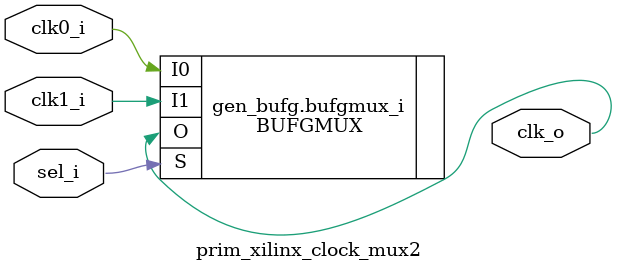
<source format=sv>


module prim_xilinx_clock_mux2 #(
  parameter bit NoFpgaBufG = 1'b0
) (
  input        clk0_i,
  input        clk1_i,
  input        sel_i,
  output logic clk_o
);

  if (NoFpgaBufG) begin : gen_no_bufg
    assign clk_o = (sel_i) ? clk1_i : clk0_i;
  end else begin : gen_bufg
    // for more info, refer to the Xilinx technology primitives userguide, e.g.:
    // ug953-vivado-7series-libraries.pdf
    // ug974-vivado-ultrascale-libraries.pdf
    BUFGMUX bufgmux_i (
      .S  ( sel_i  ),
      .I0 ( clk0_i ),
      .I1 ( clk1_i ),
      .O  ( clk_o  )
      );
  end

  // make sure sel is never X (including during reset)
  // need to use ##1 as this could break with inverted clocks that
  // start with a rising edge at the beginning of the simulation.

endmodule : prim_xilinx_clock_mux2

</source>
